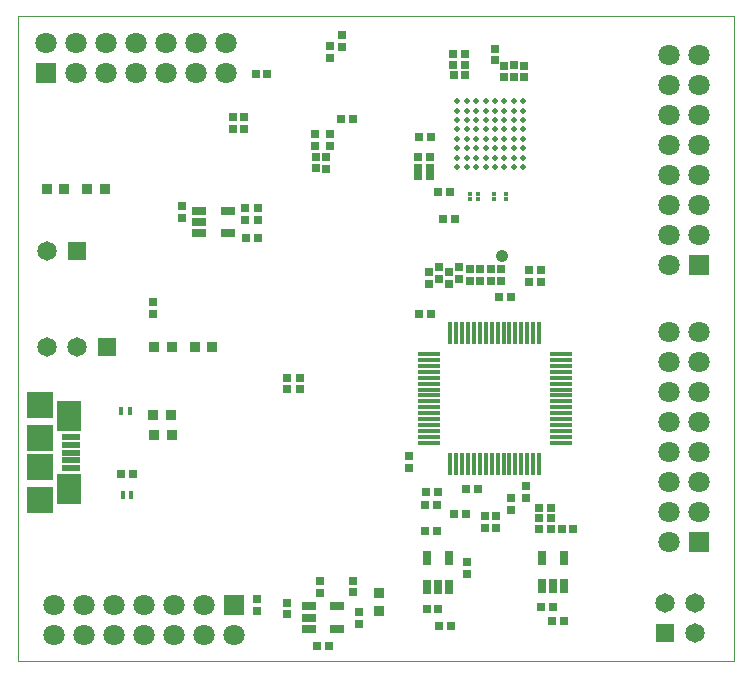
<source format=gts>
G04*
G04 #@! TF.GenerationSoftware,Altium Limited,Altium NEXUS,3.1.12 (69)*
G04*
G04 Layer_Color=8388736*
%FSLAX25Y25*%
%MOIN*%
G70*
G04*
G04 #@! TF.SameCoordinates,C12BC461-16F2-471F-B13C-3D38B02939EA*
G04*
G04*
G04 #@! TF.FilePolarity,Negative*
G04*
G01*
G75*
%ADD16C,0.00000*%
%ADD32R,0.01764X0.01685*%
%ADD33R,0.03732X0.03732*%
%ADD34R,0.02551X0.02551*%
%ADD35R,0.02551X0.02551*%
%ADD36C,0.01968*%
%ADD37R,0.02945X0.04717*%
%ADD38R,0.04913X0.02945*%
%ADD39R,0.03732X0.03732*%
%ADD40R,0.01811X0.02953*%
%ADD41R,0.07472X0.01764*%
%ADD42R,0.01764X0.07472*%
%ADD43R,0.05898X0.02158*%
%ADD44R,0.07874X0.09843*%
%ADD45R,0.09055X0.09055*%
%ADD46R,0.08661X0.08661*%
%ADD47C,0.06488*%
%ADD48R,0.06488X0.06488*%
%ADD49C,0.07079*%
%ADD50R,0.07079X0.07079*%
%ADD51R,0.07079X0.07079*%
%ADD52C,0.04126*%
D16*
X-12Y-2D02*
Y214839D01*
Y-2D02*
X238718D01*
Y214839D01*
X-12D02*
X238718D01*
D32*
X150635Y153839D02*
D03*
Y155689D02*
D03*
X153444Y153839D02*
D03*
Y155689D02*
D03*
X158628Y153839D02*
D03*
Y155689D02*
D03*
X162742Y153881D02*
D03*
Y155731D02*
D03*
D33*
X64849Y104483D02*
D03*
X58943D02*
D03*
X45508Y104548D02*
D03*
X51414D02*
D03*
X45151Y82090D02*
D03*
X51057D02*
D03*
X45338Y75379D02*
D03*
X51244D02*
D03*
X9572Y157281D02*
D03*
X15478D02*
D03*
X28971Y157246D02*
D03*
X23065D02*
D03*
D34*
X111680Y180468D02*
D03*
X107743D02*
D03*
X144059Y156421D02*
D03*
X140122D02*
D03*
X79203Y195738D02*
D03*
X83140D02*
D03*
X141714Y147404D02*
D03*
X145651D02*
D03*
X133449Y161510D02*
D03*
X137386D02*
D03*
X133465Y164440D02*
D03*
X137402D02*
D03*
X133279Y167949D02*
D03*
X137216D02*
D03*
X133743Y174544D02*
D03*
X137680D02*
D03*
X149085Y202270D02*
D03*
X145148D02*
D03*
X145179Y198690D02*
D03*
X149116D02*
D03*
X145205Y195363D02*
D03*
X149142D02*
D03*
X149456Y57357D02*
D03*
X153393D02*
D03*
X173730Y44047D02*
D03*
X177667D02*
D03*
X135734Y52030D02*
D03*
X139671D02*
D03*
X149328Y48846D02*
D03*
X145391D02*
D03*
X181221Y43967D02*
D03*
X185158D02*
D03*
X174293Y18122D02*
D03*
X178230D02*
D03*
X140267Y11637D02*
D03*
X144204D02*
D03*
X137647Y115615D02*
D03*
X133710D02*
D03*
X136052Y56405D02*
D03*
X139989D02*
D03*
X38381Y62224D02*
D03*
X34444D02*
D03*
X181940Y13308D02*
D03*
X178003D02*
D03*
X160256Y121307D02*
D03*
X164193D02*
D03*
X140174Y17422D02*
D03*
X136237D02*
D03*
X135805Y43408D02*
D03*
X139742D02*
D03*
X173730Y50882D02*
D03*
X177667D02*
D03*
X173730Y47719D02*
D03*
X177667D02*
D03*
X99707Y4817D02*
D03*
X103644D02*
D03*
X80117Y141055D02*
D03*
X76180D02*
D03*
D35*
X45175Y115535D02*
D03*
Y119472D02*
D03*
X75355Y177439D02*
D03*
Y181376D02*
D03*
X71691Y181272D02*
D03*
Y177335D02*
D03*
X108129Y204756D02*
D03*
Y208693D02*
D03*
X104100Y204831D02*
D03*
Y200894D02*
D03*
X103956Y175649D02*
D03*
Y171712D02*
D03*
X99135Y175649D02*
D03*
Y171712D02*
D03*
X99257Y168076D02*
D03*
Y164139D02*
D03*
X102826Y167832D02*
D03*
Y163895D02*
D03*
X168589Y198422D02*
D03*
Y194485D02*
D03*
X165478Y198527D02*
D03*
Y194590D02*
D03*
X162099Y198450D02*
D03*
Y194513D02*
D03*
X159103Y204089D02*
D03*
Y200152D02*
D03*
X149630Y32879D02*
D03*
Y28942D02*
D03*
X113663Y16295D02*
D03*
Y12358D02*
D03*
X79553Y20516D02*
D03*
Y16579D02*
D03*
X89838Y15502D02*
D03*
Y19439D02*
D03*
X111572Y22822D02*
D03*
Y26759D02*
D03*
X89710Y90486D02*
D03*
Y94423D02*
D03*
X161171Y130546D02*
D03*
Y126609D02*
D03*
X140442Y131126D02*
D03*
Y127189D02*
D03*
X147098D02*
D03*
Y131126D02*
D03*
X143805Y129467D02*
D03*
Y125530D02*
D03*
X155703Y44349D02*
D03*
Y48286D02*
D03*
X159188Y44335D02*
D03*
Y48272D02*
D03*
X137055Y129470D02*
D03*
Y125533D02*
D03*
X150539Y130560D02*
D03*
Y126623D02*
D03*
X157572Y130621D02*
D03*
Y126684D02*
D03*
X154056Y130567D02*
D03*
Y126630D02*
D03*
X130252Y64282D02*
D03*
Y68219D02*
D03*
X93992Y94423D02*
D03*
Y90486D02*
D03*
X170193Y130354D02*
D03*
Y126417D02*
D03*
X164512Y54315D02*
D03*
Y50378D02*
D03*
X169254Y54447D02*
D03*
Y58384D02*
D03*
X100813Y22722D02*
D03*
Y26659D02*
D03*
X54648Y147587D02*
D03*
Y151524D02*
D03*
X75648Y147087D02*
D03*
Y151024D02*
D03*
X80148D02*
D03*
Y147087D02*
D03*
X174291Y126417D02*
D03*
Y130354D02*
D03*
D36*
X146425Y186595D02*
D03*
X149575D02*
D03*
X152725D02*
D03*
X155874D02*
D03*
X159024D02*
D03*
X162174D02*
D03*
X165323D02*
D03*
X168473D02*
D03*
X146425Y183445D02*
D03*
X149575D02*
D03*
X152725D02*
D03*
X155874D02*
D03*
X159024D02*
D03*
X162174D02*
D03*
X165323D02*
D03*
X168473D02*
D03*
X146425Y180296D02*
D03*
X149575D02*
D03*
X152725D02*
D03*
X155874D02*
D03*
X159024D02*
D03*
X162174D02*
D03*
X165323D02*
D03*
X168473D02*
D03*
X146425Y177146D02*
D03*
X149575D02*
D03*
X152725D02*
D03*
X155874D02*
D03*
X159024D02*
D03*
X162174D02*
D03*
X165323D02*
D03*
X168473D02*
D03*
X146425Y173996D02*
D03*
X149575D02*
D03*
X152725D02*
D03*
X155874D02*
D03*
X159024D02*
D03*
X162174D02*
D03*
X165323D02*
D03*
X168473D02*
D03*
X146425Y170847D02*
D03*
X149575D02*
D03*
X152725D02*
D03*
X155874D02*
D03*
X159024D02*
D03*
X162174D02*
D03*
X165323D02*
D03*
X168473D02*
D03*
X146425Y167697D02*
D03*
X149575D02*
D03*
X152725D02*
D03*
X155874D02*
D03*
X159024D02*
D03*
X162174D02*
D03*
X165323D02*
D03*
X168473D02*
D03*
X146425Y164547D02*
D03*
X149575D02*
D03*
X152725D02*
D03*
X155874D02*
D03*
X159024D02*
D03*
X162174D02*
D03*
X165323D02*
D03*
X168473D02*
D03*
D37*
X174591Y34402D02*
D03*
X182071D02*
D03*
Y24954D02*
D03*
X178331D02*
D03*
X174591D02*
D03*
X136309Y34185D02*
D03*
X143789D02*
D03*
Y24737D02*
D03*
X140049D02*
D03*
X136309D02*
D03*
D38*
X106384Y18139D02*
D03*
Y10659D02*
D03*
X96935D02*
D03*
Y14399D02*
D03*
Y18139D02*
D03*
X69873Y150063D02*
D03*
Y142583D02*
D03*
X60424D02*
D03*
Y146323D02*
D03*
Y150063D02*
D03*
D39*
X120434Y16584D02*
D03*
Y22490D02*
D03*
D40*
X34917Y55374D02*
D03*
X37830D02*
D03*
X34399Y83377D02*
D03*
X37312D02*
D03*
D41*
X180871Y72729D02*
D03*
Y74698D02*
D03*
Y76666D02*
D03*
Y78635D02*
D03*
Y80603D02*
D03*
Y82572D02*
D03*
Y84540D02*
D03*
Y86509D02*
D03*
Y88477D02*
D03*
Y90446D02*
D03*
Y92414D02*
D03*
Y94383D02*
D03*
Y96351D02*
D03*
Y98320D02*
D03*
Y100288D02*
D03*
Y102257D02*
D03*
X136973D02*
D03*
Y100288D02*
D03*
Y98320D02*
D03*
Y96351D02*
D03*
Y94383D02*
D03*
Y92414D02*
D03*
Y90446D02*
D03*
Y88477D02*
D03*
Y86509D02*
D03*
Y84540D02*
D03*
Y82572D02*
D03*
Y80603D02*
D03*
Y78635D02*
D03*
Y76666D02*
D03*
Y74698D02*
D03*
Y72729D02*
D03*
D42*
X173686Y109442D02*
D03*
X171717D02*
D03*
X169749D02*
D03*
X167780D02*
D03*
X165812D02*
D03*
X163843D02*
D03*
X161874D02*
D03*
X159906D02*
D03*
X157938D02*
D03*
X155969D02*
D03*
X154000D02*
D03*
X152032D02*
D03*
X150064D02*
D03*
X148095D02*
D03*
X146126D02*
D03*
X144158D02*
D03*
Y65544D02*
D03*
X146126D02*
D03*
X148095D02*
D03*
X150064D02*
D03*
X152032D02*
D03*
X154000D02*
D03*
X155969D02*
D03*
X157938D02*
D03*
X159906D02*
D03*
X161874D02*
D03*
X163843D02*
D03*
X165812D02*
D03*
X167780D02*
D03*
X169749D02*
D03*
X171717D02*
D03*
X173686D02*
D03*
D43*
X17814Y74529D02*
D03*
Y66852D02*
D03*
Y64293D02*
D03*
Y69411D02*
D03*
Y71970D02*
D03*
D44*
X16948Y81616D02*
D03*
Y57206D02*
D03*
D45*
X7381Y74135D02*
D03*
Y64687D02*
D03*
D46*
Y85159D02*
D03*
Y53663D02*
D03*
D47*
X225598Y19188D02*
D03*
Y9188D02*
D03*
X215598Y19188D02*
D03*
X19561Y104604D02*
D03*
X9561D02*
D03*
X9792Y136658D02*
D03*
D48*
X215598Y9188D02*
D03*
X29561Y104604D02*
D03*
X19792Y136658D02*
D03*
D49*
X39360Y205952D02*
D03*
Y195952D02*
D03*
X29360Y205952D02*
D03*
Y195952D02*
D03*
X9360Y205952D02*
D03*
X19360Y195952D02*
D03*
Y205952D02*
D03*
X49360Y195952D02*
D03*
Y205952D02*
D03*
X59360Y195952D02*
D03*
X69360D02*
D03*
X59360Y205952D02*
D03*
X69360D02*
D03*
X216871Y181990D02*
D03*
X226871D02*
D03*
X216871Y171990D02*
D03*
X226871D02*
D03*
X216871Y141990D02*
D03*
X226871D02*
D03*
X216871Y131990D02*
D03*
X226871Y151990D02*
D03*
X216871D02*
D03*
X226871Y161990D02*
D03*
X216871D02*
D03*
X226871Y191990D02*
D03*
Y201990D02*
D03*
X216871Y191990D02*
D03*
Y201990D02*
D03*
X217066Y89635D02*
D03*
X227066D02*
D03*
X217066Y79635D02*
D03*
X227066D02*
D03*
X217066Y49635D02*
D03*
X227066D02*
D03*
X217066Y39635D02*
D03*
X227066Y59635D02*
D03*
X217066D02*
D03*
X227066Y69635D02*
D03*
X217066D02*
D03*
X227066Y99635D02*
D03*
Y109635D02*
D03*
X217066Y99635D02*
D03*
Y109635D02*
D03*
X41991Y8576D02*
D03*
Y18576D02*
D03*
X51991Y8576D02*
D03*
Y18576D02*
D03*
X71991Y8576D02*
D03*
X61991Y18576D02*
D03*
Y8576D02*
D03*
X31991Y18576D02*
D03*
Y8576D02*
D03*
X21991Y18576D02*
D03*
X11991D02*
D03*
X21991Y8576D02*
D03*
X11991D02*
D03*
D50*
X9360Y195952D02*
D03*
X71991Y18576D02*
D03*
D51*
X226871Y131990D02*
D03*
X227066Y39635D02*
D03*
D52*
X161342Y135106D02*
D03*
M02*

</source>
